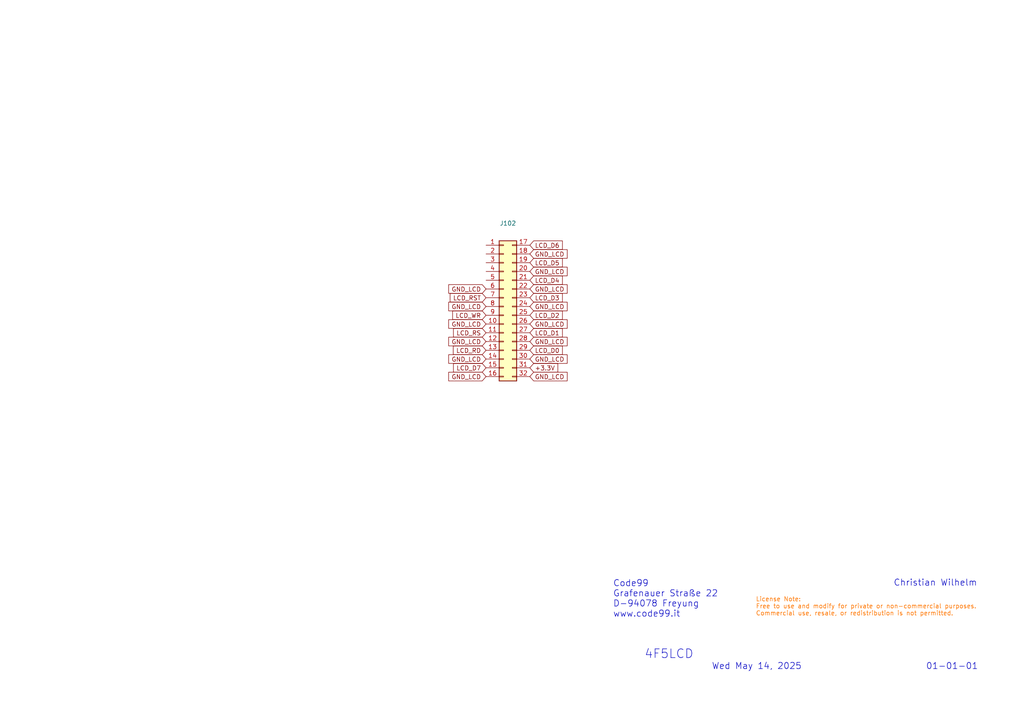
<source format=kicad_sch>
(kicad_sch (version 20250114) (generator "eeschema") (generator_version "9.0")
  (paper "A4")
  (lib_symbols
    (symbol "Connector_Generic:Conn_02x16_Top_Bottom" (pin_names (offset 1.016) (hide yes))
      (property "Reference" "J" (at 1.27 20.32 0))
      (property "Value" "Conn_02x16_Top_Bottom" (at 1.27 -22.86 0))
      (symbol "Conn_02x16_Top_Bottom_1_1"
        (rectangle (start -1.27 19.05) (end 3.81 -21.59) (stroke (width 0.254)) (fill (type background)))
        (rectangle (start -1.27 17.907) (end 0 17.653) (stroke (width 0.1524)))
        (rectangle (start -1.27 15.367) (end 0 15.113) (stroke (width 0.1524)))
        (rectangle (start -1.27 12.827) (end 0 12.573) (stroke (width 0.1524)))
        (rectangle (start -1.27 10.287) (end 0 10.033) (stroke (width 0.1524)))
        (rectangle (start -1.27 7.747) (end 0 7.493) (stroke (width 0.1524)))
        (rectangle (start -1.27 5.207) (end 0 4.953) (stroke (width 0.1524)))
        (rectangle (start -1.27 2.667) (end 0 2.413) (stroke (width 0.1524)))
        (rectangle (start -1.27 0.127) (end 0 -0.127) (stroke (width 0.1524)))
        (rectangle (start -1.27 -2.413) (end 0 -2.667) (stroke (width 0.1524)))
        (rectangle (start -1.27 -4.953) (end 0 -5.207) (stroke (width 0.1524)))
        (rectangle (start -1.27 -7.493) (end 0 -7.747) (stroke (width 0.1524)))
        (rectangle (start -1.27 -10.033) (end 0 -10.287) (stroke (width 0.1524)))
        (rectangle (start -1.27 -12.573) (end 0 -12.827) (stroke (width 0.1524)))
        (rectangle (start -1.27 -15.113) (end 0 -15.367) (stroke (width 0.1524)))
        (rectangle (start -1.27 -17.653) (end 0 -17.907) (stroke (width 0.1524)))
        (rectangle (start -1.27 -20.193) (end 0 -20.447) (stroke (width 0.1524)))
        (rectangle (start 3.81 17.907) (end 2.54 17.653) (stroke (width 0.1524)))
        (rectangle (start 3.81 15.367) (end 2.54 15.113) (stroke (width 0.1524)))
        (rectangle (start 3.81 12.827) (end 2.54 12.573) (stroke (width 0.1524)))
        (rectangle (start 3.81 10.287) (end 2.54 10.033) (stroke (width 0.1524)))
        (rectangle (start 3.81 7.747) (end 2.54 7.493) (stroke (width 0.1524)))
        (rectangle (start 3.81 5.207) (end 2.54 4.953) (stroke (width 0.1524)))
        (rectangle (start 3.81 2.667) (end 2.54 2.413) (stroke (width 0.1524)))
        (rectangle (start 3.81 0.127) (end 2.54 -0.127) (stroke (width 0.1524)))
        (rectangle (start 3.81 -2.413) (end 2.54 -2.667) (stroke (width 0.1524)))
        (rectangle (start 3.81 -4.953) (end 2.54 -5.207) (stroke (width 0.1524)))
        (rectangle (start 3.81 -7.493) (end 2.54 -7.747) (stroke (width 0.1524)))
        (rectangle (start 3.81 -10.033) (end 2.54 -10.287) (stroke (width 0.1524)))
        (rectangle (start 3.81 -12.573) (end 2.54 -12.827) (stroke (width 0.1524)))
        (rectangle (start 3.81 -15.113) (end 2.54 -15.367) (stroke (width 0.1524)))
        (rectangle (start 3.81 -17.653) (end 2.54 -17.907) (stroke (width 0.1524)))
        (rectangle (start 3.81 -20.193) (end 2.54 -20.447) (stroke (width 0.1524)))
        (pin passive line (at -5.08 17.78 0) (length 3.81) (name "Pin_1") (number "1"))
        (pin passive line (at -5.08 15.24 0) (length 3.81) (name "Pin_2") (number "2"))
        (pin passive line (at -5.08 12.7 0) (length 3.81) (name "Pin_3") (number "3"))
        (pin passive line (at -5.08 10.16 0) (length 3.81) (name "Pin_4") (number "4"))
        (pin passive line (at -5.08 7.62 0) (length 3.81) (name "Pin_5") (number "5"))
        (pin passive line (at -5.08 5.08 0) (length 3.81) (name "Pin_6") (number "6"))
        (pin passive line (at -5.08 2.54 0) (length 3.81) (name "Pin_7") (number "7"))
        (pin passive line (at -5.08 0 0) (length 3.81) (name "Pin_8") (number "8"))
        (pin passive line (at -5.08 -2.54 0) (length 3.81) (name "Pin_9") (number "9"))
        (pin passive line (at -5.08 -5.08 0) (length 3.81) (name "Pin_10") (number "10"))
        (pin passive line (at -5.08 -7.62 0) (length 3.81) (name "Pin_11") (number "11"))
        (pin passive line (at -5.08 -10.16 0) (length 3.81) (name "Pin_12") (number "12"))
        (pin passive line (at -5.08 -12.7 0) (length 3.81) (name "Pin_13") (number "13"))
        (pin passive line (at -5.08 -15.24 0) (length 3.81) (name "Pin_14") (number "14"))
        (pin passive line (at -5.08 -17.78 0) (length 3.81) (name "Pin_15") (number "15"))
        (pin passive line (at -5.08 -20.32 0) (length 3.81) (name "Pin_16") (number "16"))
        (pin passive line (at 7.62 17.78 180) (length 3.81) (name "Pin_17") (number "17"))
        (pin passive line (at 7.62 15.24 180) (length 3.81) (name "Pin_18") (number "18"))
        (pin passive line (at 7.62 12.7 180) (length 3.81) (name "Pin_19") (number "19"))
        (pin passive line (at 7.62 10.16 180) (length 3.81) (name "Pin_20") (number "20"))
        (pin passive line (at 7.62 7.62 180) (length 3.81) (name "Pin_21") (number "21"))
        (pin passive line (at 7.62 5.08 180) (length 3.81) (name "Pin_22") (number "22"))
        (pin passive line (at 7.62 2.54 180) (length 3.81) (name "Pin_23") (number "23"))
        (pin passive line (at 7.62 0 180) (length 3.81) (name "Pin_24") (number "24"))
        (pin passive line (at 7.62 -2.54 180) (length 3.81) (name "Pin_25") (number "25"))
        (pin passive line (at 7.62 -5.08 180) (length 3.81) (name "Pin_26") (number "26"))
        (pin passive line (at 7.62 -7.62 180) (length 3.81) (name "Pin_27") (number "27"))
        (pin passive line (at 7.62 -10.16 180) (length 3.81) (name "Pin_28") (number "28"))
        (pin passive line (at 7.62 -12.7 180) (length 3.81) (name "Pin_29") (number "29"))
        (pin passive line (at 7.62 -15.24 180) (length 3.81) (name "Pin_30") (number "30"))
        (pin passive line (at 7.62 -17.78 180) (length 3.81) (name "Pin_31") (number "31"))
        (pin passive line (at 7.62 -20.32 180) (length 3.81) (name "Pin_32") (number "32"))
      )
    )
  )
  (text "License Note:\nFree to use and modify for private or non-commercial purposes.\nCommercial use, resale, or redistribution is not permitted." (at 219.202 176.022 0) (effects (font (size 1.27 1.27)) (justify left)))
  (text "01-01-01" (at 268.5515 193.346 0) (effects (font (size 1.8288 1.8288)) (justify left)))
  (text "Code99\nGrafenauer Straße 22\nD-94078 Freyung\nwww.code99.it" (at 177.8 173.736 0) (effects (font (size 1.8288 1.8288)) (justify left)))
  (text "4F5LCD" (at 186.8804 189.8105 0) (effects (font (size 2.54 2.54)) (justify left)))
  (text "Christian Wilhelm" (at 283.464 169.164 0) (effects (font (size 1.8288 1.8288)) (justify right)))
  (text "Wed May 14, 2025" (at 206.4143 193.346 0) (effects (font (size 1.8288 1.8288)) (justify left)))
  (global_label "LCD_D3" (shape input) (at 153.67 86.36 0) (property "Intersheetrefs" "${INTERSHEET_REFS}" (effects (hide yes))))
  (global_label "LCD_D6" (shape input) (at 153.67 71.12 0) (property "Intersheetrefs" "${INTERSHEET_REFS}" (effects (hide yes))))
  (global_label "GND_LCD" (shape input) (at 153.67 104.14 0) (property "Intersheetrefs" "${INTERSHEET_REFS}" (effects (hide yes))))
  (global_label "GND_LCD" (shape input) (at 140.97 83.82 180) (property "Intersheetrefs" "${INTERSHEET_REFS}" (effects (hide yes))))
  (global_label "GND_LCD" (shape input) (at 140.97 109.22 180) (property "Intersheetrefs" "${INTERSHEET_REFS}" (effects (hide yes))))
  (global_label "GND_LCD" (shape input) (at 153.67 73.66 0) (property "Intersheetrefs" "${INTERSHEET_REFS}" (effects (hide yes))))
  (global_label "LCD_D0" (shape input) (at 153.67 101.6 0) (property "Intersheetrefs" "${INTERSHEET_REFS}" (effects (hide yes))))
  (global_label "LCD_D7" (shape input) (at 140.97 106.68 180) (property "Intersheetrefs" "${INTERSHEET_REFS}" (effects (hide yes))))
  (global_label "LCD_D2" (shape input) (at 153.67 91.44 0) (property "Intersheetrefs" "${INTERSHEET_REFS}" (effects (hide yes))))
  (global_label "LCD_D5" (shape input) (at 153.67 76.2 0) (property "Intersheetrefs" "${INTERSHEET_REFS}" (effects (hide yes))))
  (global_label "GND_LCD" (shape input) (at 140.97 93.98 180) (property "Intersheetrefs" "${INTERSHEET_REFS}" (effects (hide yes))))
  (global_label "LCD_WR" (shape input) (at 140.97 91.44 180) (property "Intersheetrefs" "${INTERSHEET_REFS}" (effects (hide yes))))
  (global_label "GND_LCD" (shape input) (at 140.97 104.14 180) (property "Intersheetrefs" "${INTERSHEET_REFS}" (effects (hide yes))))
  (global_label "LCD_RST" (shape input) (at 140.97 86.36 180) (property "Intersheetrefs" "${INTERSHEET_REFS}" (effects (hide yes))))
  (global_label "GND_LCD" (shape input) (at 153.67 99.06 0) (property "Intersheetrefs" "${INTERSHEET_REFS}" (effects (hide yes))))
  (global_label "GND_LCD" (shape input) (at 153.67 109.22 0) (property "Intersheetrefs" "${INTERSHEET_REFS}" (effects (hide yes))))
  (global_label "LCD_D1" (shape input) (at 153.67 96.52 0) (property "Intersheetrefs" "${INTERSHEET_REFS}" (effects (hide yes))))
  (global_label "GND_LCD" (shape input) (at 153.67 88.9 0) (property "Intersheetrefs" "${INTERSHEET_REFS}" (effects (hide yes))))
  (global_label "GND_LCD" (shape input) (at 153.67 93.98 0) (property "Intersheetrefs" "${INTERSHEET_REFS}" (effects (hide yes))))
  (global_label "GND_LCD" (shape input) (at 153.67 78.74 0) (property "Intersheetrefs" "${INTERSHEET_REFS}" (effects (hide yes))))
  (global_label "+3.3V" (shape input) (at 153.67 106.68 0) (property "Intersheetrefs" "${INTERSHEET_REFS}" (effects (hide yes))))
  (global_label "GND_LCD" (shape input) (at 153.67 83.82 0) (property "Intersheetrefs" "${INTERSHEET_REFS}" (effects (hide yes))))
  (global_label "LCD_D4" (shape input) (at 153.67 81.28 0) (property "Intersheetrefs" "${INTERSHEET_REFS}" (effects (hide yes))))
  (global_label "GND_LCD" (shape input) (at 140.97 88.9 180) (property "Intersheetrefs" "${INTERSHEET_REFS}" (effects (hide yes))))
  (global_label "GND_LCD" (shape input) (at 140.97 99.06 180) (property "Intersheetrefs" "${INTERSHEET_REFS}" (effects (hide yes))))
  (global_label "LCD_RD" (shape input) (at 140.97 101.6 180) (property "Intersheetrefs" "${INTERSHEET_REFS}" (effects (hide yes))))
  (global_label "LCD_RS" (shape input) (at 140.97 96.52 180) (property "Intersheetrefs" "${INTERSHEET_REFS}" (effects (hide yes))))
  (symbol (lib_id "Connector_Generic:Conn_02x16_Top_Bottom") (at 146.05 88.9 0) (unit 1)
    (property "Reference" "J102" (at 147.32 64.77 0))
    (property "Value" "Conn_02x16_Top_Bottom" (effects (hide yes)))
    (property "Footprint" "Connector_PinHeader_2.54mm:PinHeader_2x16_P2.54mm_Horizontal" (effects (hide yes)))
    (property "Description" "Generic connector, double row, 02x16, top/bottom pin numbering scheme (row 1: 1...pins_per_row, row2: pins_per_row+1 ... num_pins), script generated (kicad-library-utils/schlib/autogen/connector/)" (effects (hide yes)))
  )
)
</source>
